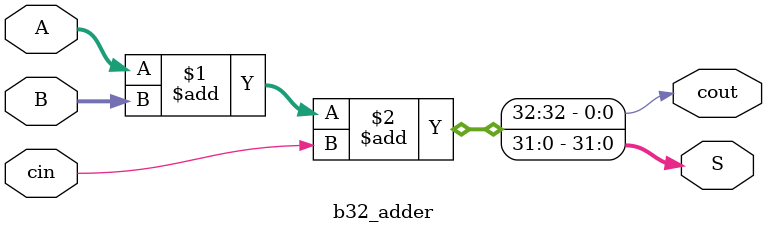
<source format=v>
`timescale 10 ns / 1 ns

`define DATA_WIDTH 32

module alu(
	input  [`DATA_WIDTH - 1:0]  A,
	input  [`DATA_WIDTH - 1:0]  B,
	input  [              2:0]  ALUop,
	output                      Overflow,
	output                      CarryOut,
	output                      Zero,
	output [`DATA_WIDTH - 1:0]  Result
);
	// TODO: Please add your logic design here
	/* ALU opcode */
	parameter AND = 3'b000, OR = 3'b001, ADD = 3'b010, SUB = 3'b110, SLT = 3'b111;

	wire [`DATA_WIDTH - 1:0] A_switched, B_switched, res_sum, res_and, res_or;
	wire cin, cout;
	wire A_sign, B_sign, sum_sign;  /* signal bit */

	b32_adder ALU_adder (
		.A(A_switched), .B(B_switched), .cin(cin), .cout(cout), .S(res_sum)
	);

	assign Zero = ~|Result;
	assign A_switched = (ALUop == SLT ? { ~A_sign,A[`DATA_WIDTH - 2:0] } : A);  /* use shift code when SLT */
	assign B_switched = (ALUop == SUB ? ~B : (ALUop == SLT ? ~{ ~B_sign,B[`DATA_WIDTH - 2:0] } : B));
	assign cin = (ALUop == SUB || ALUop == SLT ? 1'b1 : 1'b0);

	assign res_and = A & B;
	assign res_or = A | B;

	assign A_sign = A[`DATA_WIDTH - 1];
	assign B_sign = B[`DATA_WIDTH - 1];
	assign sum_sign = res_sum[`DATA_WIDTH - 1];

	assign Overflow = (A_switched[`DATA_WIDTH - 1] == B_switched[`DATA_WIDTH - 1] && A_switched[`DATA_WIDTH - 1] != sum_sign);
	assign CarryOut = (ALUop == ADD && cout == 1'b1) || (ALUop == SUB && cout == 1'b0);

	assign Result = (
		ALUop == AND ? res_and : (
		ALUop == OR ? res_or : (
		ALUop == ADD || ALUop == SUB ? res_sum : (
		ALUop == SLT ? { 31'd0,~cout } : 32'd0
	))));
endmodule

module b32_adder(
	input	[`DATA_WIDTH - 1:0]	A,
	input	[`DATA_WIDTH - 1:0]	B,
	input						cin,
	output						cout,
	output	[`DATA_WIDTH - 1:0] S
);
	assign { cout,S } = A + B + cin;
endmodule

</source>
